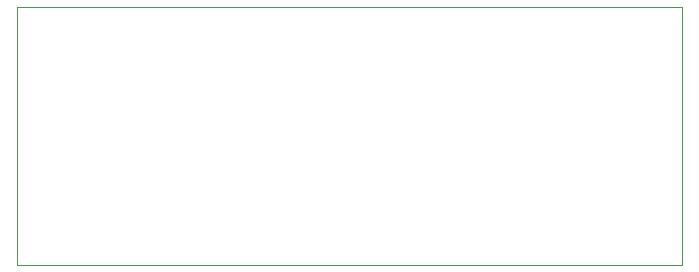
<source format=gbr>
%TF.GenerationSoftware,KiCad,Pcbnew,(6.0.0)*%
%TF.CreationDate,2022-09-27T13:06:44+08:00*%
%TF.ProjectId,rpiconnector,72706963-6f6e-46e6-9563-746f722e6b69,rev?*%
%TF.SameCoordinates,Original*%
%TF.FileFunction,Profile,NP*%
%FSLAX46Y46*%
G04 Gerber Fmt 4.6, Leading zero omitted, Abs format (unit mm)*
G04 Created by KiCad (PCBNEW (6.0.0)) date 2022-09-27 13:06:44*
%MOMM*%
%LPD*%
G01*
G04 APERTURE LIST*
%TA.AperFunction,Profile*%
%ADD10C,0.050000*%
%TD*%
%TA.AperFunction,Profile*%
%ADD11C,0.100000*%
%TD*%
G04 APERTURE END LIST*
D10*
X116700000Y-52500000D02*
X116700000Y-74400000D01*
D11*
X173000000Y-52500000D02*
X116700000Y-52500000D01*
D10*
X173000000Y-52500000D02*
X173000000Y-74400000D01*
X173000000Y-74400000D02*
X116700000Y-74400000D01*
M02*

</source>
